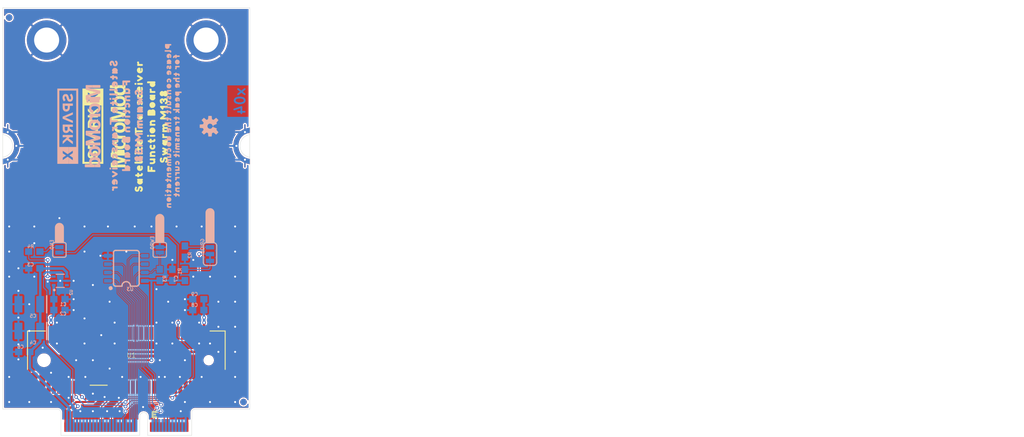
<source format=kicad_pcb>
(kicad_pcb (version 20211014) (generator pcbnew)
  (layers (0 "F.Cu" signal) (31 "B.Cu" signal) (34 "B.Paste" user) (35 "F.Paste" user) (36 "B.SilkS" user "B.Silkscreen") (37 "F.SilkS" user "F.Silkscreen") (38 "B.Mask" user) (39 "F.Mask" user) (44 "Edge.Cuts" user))
  (net 0 "")
  (net 1 "GND")
  (net 2 "VCC")
  (net 3 "RXI")
  (net 4 "TXO")
  (net 5 "TX/~{RX}")
  (net 6 "GPIO1")
  (net 7 "VIN")
  (net 8 "3.3V")
  (net 9 "N$14")
  (net 10 "N$16")
  (net 11 "PWR_EN")
  (net 12 "A0")
  (net 13 "A2")
  (net 14 "A1")
  (net 15 "EWP")
  (net 16 "SDA")
  (net 17 "SCL")
  (net 18 "N$1")
  (footprint "eagleBoard:STAND-OFF-REFLOW-M2.5" (layer "F.Cu") (at 160.601159 77.424419)
    (fp_text reference "H6" hide)
    (fp_text value "STAND-OFF-REFLOW-M2.5_1.5MM_TALL" hide)
  )
  (footprint "eagleBoard:FIDUCIAL-1X2" (layer "F.Cu") (at 166.2806 132.4236)
    (fp_text reference "FD1" hide)
    (fp_text value "FIDUCIAL1X2" hide)
  )
  (footprint "eagleBoard:M.2-CARD-E-22_FUNCTION_STANDARD" (layer "F.Cu") (at 148.5006 137.5036)
    (fp_text reference "J3" hide)
    (fp_text value "MICROMOD_FUNCTION_STANDARD" hide)
    (fp_arc (start 18.747999 -42.269999) (mid 17.247963 -43.998769) (end 18.744 -45.731) (layer "Edge.Cuts") (width 0.05))
    (fp_arc (start -18.747 -45.733) (mid -17.251744 -44.002864) (end -18.744998 -42.270999) (layer "Edge.Cuts") (width 0.05))
  )
  (footprint "eagleBoard:ORDERING_INSTRUCTIONS" (layer "F.Cu") (at 173.9006 75.2736)
    (fp_text reference "LOGO1" hide)
    (fp_text value "SPECIAL_INSTRUCTIONS-ORDERING" hide)
  )
  (footprint "eagleBoard:SWARM_M1381" (layer "F.Cu") (at 154.2156 90.5136 90)
    (fp_text reference "U$40" hide)
    (fp_text value "" hide)
  )
  (footprint "eagleBoard:MICROMOD_LOGO_.5" (layer "F.Cu") (at 147.2306 90.5136 90)
    (fp_text reference "U$9" hide)
    (fp_text value "" hide)
  )
  (footprint "eagleBoard:CREATIVE_COMMONS" (layer "F.Cu") (at 201.8406 136.2336)
    (fp_text reference "FRAME1" hide)
    (fp_text value "FRAME-LETTER" hide)
  )
  (footprint "eagleBoard:SPARKX-LARGE" (layer "F.Cu") (at 143.4206 90.5136 90)
    (fp_text reference "U$2" hide)
    (fp_text value "SPARKX-LOGO5" hide)
  )
  (footprint "eagleBoard:STAND-OFF-REFLOW-M2.5" (layer "F.Cu") (at 136.400041 77.424419)
    (fp_text reference "H5" hide)
    (fp_text value "STAND-OFF-REFLOW-M2.5_1.5MM_TALL" hide)
  )
  (footprint "eagleBoard:M.2-SWARM-M138-A" (layer "F.Cu") (at 148.5006 126.0736)
    (fp_text reference "U1")
    (fp_text value "SWARM_M138_TRANSCEIVER_MAIN")
  )
  (footprint "eagleBoard:FIDUCIAL-1X2" (layer "F.Cu") (at 130.7206 74.0036)
    (fp_text reference "FD3" hide)
    (fp_text value "FIDUCIAL1X2" hide)
  )
  (footprint "eagleBoard:SATELLITE_TRANSCEIVER0" (layer "F.Cu") (at 150.4056 90.5136 90)
    (fp_text reference "U$4" hide)
    (fp_text value "" hide)
  )
  (footprint "eagleBoard:FUNCTION_BOARD0" (layer "F.Cu") (at 152.3106 90.5136 90)
    (fp_text reference "U$3" hide)
    (fp_text value "" hide)
  )
  (footprint "eagleBoard:OSHW-LOGO-S" (layer "B.Cu") (at 161.2006 90.5136 -90)
    (fp_text reference "LOGO2" hide)
    (fp_text value "OSHW-LOGOS" hide)
  )
  (footprint "eagleBoard:SATELLITE_TRANSCEIVER0" (layer "B.Cu") (at 146.5956 90.5136 -90)
    (fp_text reference "U$5" hide)
    (fp_text value "" hide)
  )
  (footprint "eagleBoard:SMT-JUMPER_3_1-NC_TRACE_SILK" (layer "B.Cu") (at 161.2006 109.9446 -90)
    (fp_text reference "GPIO1")
    (fp_text value "JUMPER-SMT_3_1-NC_TRACE_SILK" hide)
  )
  (footprint "eagleBoard:0603" (layer "B.Cu") (at 153.5806 113.1196 90)
    (fp_text reference "R3")
    (fp_text value "100k")
  )
  (footprint "eagleBoard:0603" (layer "B.Cu") (at 134.5306 112.1036 180)
    (fp_text reference "C3")
    (fp_text value "0.1uF")
  )
  (footprint "eagleBoard:SC-70-6" (layer "B.Cu") (at 138.4676 114.0086 90)
    (fp_text reference "U2")
    (fp_text value "MIC94064YC6" hide)
  )
  (footprint "eagleBoard:0603" (layer "B.Cu") (at 157.3906 109.5636 90)
    (fp_text reference "R2")
    (fp_text value "100k")
  )
  (footprint "eagleBoard:#GPIO1#0" (layer "B.Cu") (at 161.2006 108.5476 -90)
    (fp_text reference "U$19" hide)
    (fp_text value "" hide)
  )
  (footprint "eagleBoard:PLEASE_CONSULT_THE_DOCUMENTATION0" (layer "B.Cu") (at 154.8506 90.5136 -90)
    (fp_text reference "U$6" hide)
    (fp_text value "" hide)
  )
  (footprint "eagleBoard:EIA3528" (layer "B.Cu") (at 133.7686 121.6286)
    (fp_text reference "C4")
    (fp_text value "100uF")
  )
  (footprint "eagleBoard:SMT-JUMPER_2_NO_SILK" (layer "B.Cu") (at 138.3406 109.3096 -90)
    (fp_text reference "EN0")
    (fp_text value "JUMPER-SMT_2_NO_SILK" hide)
  )
  (footprint "eagleBoard:#EWP#0" (layer "B.Cu") (at 153.5806 108.5476 -90)
    (fp_text reference "U$8" hide)
    (fp_text value "" hide)
  )
  (footprint "eagleBoard:FUNCTION_BOARD0" (layer "B.Cu") (at 148.5006 90.5136 -90)
    (fp_text reference "U$7" hide)
    (fp_text value "" hide)
  )
  (footprint "eagleBoard:FOR_THE_PEAK_TRANSMIT_CURRENT1" (layer "B.Cu") (at 156.1206 90.5136 -90)
    (fp_text reference "U$31" hide)
    (fp_text value "" hide)
  )
  (footprint "eagleBoard:0603" (layer "B.Cu") (at 155.4856 113.1196 90)
    (fp_text reference "C7")
    (fp_text value "0.1uF")
  )
  (footprint "eagleBoard:0603" (layer "B.Cu") (at 133.0066 124.8036 180)
    (fp_text reference "C6")
    (fp_text value "0.1uF")
  )
  (footprint "eagleBoard:SPARKX-LARGE" (layer "B.Cu") (at 139.6106 90.5136 -90)
    (fp_text reference "U$1" hide)
    (fp_text value "SPARKX-LOGO5" hide)
  )
  (footprint "eagleBoard:FIDUCIAL-1X2" (layer "B.Cu") (at 130.7206 74.0036 180)
    (fp_text reference "FD4" hide)
    (fp_text value "FIDUCIAL1X2" hide)
  )
  (footprint "eagleBoard:FIDUCIAL-1X2" (layer "B.Cu") (at 166.2806 132.4236 180)
    (fp_text reference "FD2" hide)
    (fp_text value "FIDUCIAL1X2" hide)
  )
  (footprint "eagleBoard:MICROMOD_LOGO_.5" (layer "B.Cu") (at 143.4206 90.5136 -90)
    (fp_text reference "U$10" hide)
    (fp_text value "" hide)
  )
  (footprint "eagleBoard:0603" (layer "B.Cu") (at 157.3906 113.1196 -90)
    (fp_text reference "R1")
    (fp_text value "100k")
  )
  (footprint "eagleBoard:0603" (layer "B.Cu") (at 159.4226 116.8026 180)
    (fp_text reference "C9")
    (fp_text value "10uF")
  )
  (footprint "eagleBoard:EIA3528" (layer "B.Cu") (at 133.7686 117.5646)
    (fp_text reference "C5")
    (fp_text value "100uF")
  )
  (footprint "eagleBoard:0603" (layer "B.Cu") (at 134.5306 109.5636 180)
    (fp_text reference "R4")
    (fp_text value "100k")
  )
  (footprint "eagleBoard:SO08" (layer "B.Cu") (at 148.5006 112.1036 90)
    (fp_text reference "U3")
    (fp_text value "EEPROM")
  )
  (footprint "eagleBoard:#EN#0" (layer "B.Cu") (at 138.3406 108.5476 -90)
    (fp_text reference "U$11" hide)
    (fp_text value "" hide)
  )
  (footprint "eagleBoard:0603" (layer "B.Cu") (at 159.4226 118.4536 180)
    (fp_text reference "C8")
    (fp_text value "0.1uF")
  )
  (footprint "eagleBoard:SMT-JUMPER_2_NO_SILK" (layer "B.Cu") (at 153.5806 109.3096 -90)
    (fp_text reference "EWP0")
    (fp_text value "JUMPER-SMT_2_NO_SILK" hide)
  )
  (footprint "eagleBoard:SWARM_M1381" (layer "B.Cu") (at 150.4056 90.5136 -90)
    (fp_text reference "U$41" hide)
    (fp_text value "" hide)
  )
  (footprint "eagleBoard:0603" (layer "B.Cu") (at 138.3406 116.8026)
    (fp_text reference "C1")
    (fp_text value "10uF")
  )
  (footprint "eagleBoard:0603" (layer "B.Cu") (at 138.3406 118.4536)
    (fp_text reference "C2")
    (fp_text value "0.1uF")
  )
  (gr_line (start 158.4256 134.0036) (end 158.4256 137.5036) (layer "Edge.Cuts") (width 0.0508))
  (gr_line (start 158.4256 137.5036) (end 151.7256 137.5036) (layer "Edge.Cuts") (width 0.0508))
  (gr_line (start 138.1006 133.5036) (end 129.7546 133.5036) (layer "Edge.Cuts") (width 0.0508))
  (gr_line (start 150.5256 137.5036) (end 138.5756 137.5036) (layer "Edge.Cuts") (width 0.0508))
  (gr_line (start 129.7546 133.5036) (end 129.7546 72.5036) (layer "Edge.Cuts") (width 0.0508))
  (gr_arc (start 138.1006 133.5036) (mid 138.433841 133.662646) (end 138.5756 134.0036) (layer "Edge.Cuts") (width 0.0508))
  (gr_line (start 167.2466 133.5036) (end 167.2466 72.5036) (layer "Edge.Cuts") (width 0.0508))
  (gr_arc (start 158.4256 134.0036) (mid 158.565944 133.661302) (end 158.9006 133.5036) (layer "Edge.Cuts") (width 0.0508))
  (gr_line (start 129.7546 72.5036) (end 167.2466 72.5036) (layer "Edge.Cuts") (width 0.0508))
  (gr_line (start 150.5256 134.6036) (end 150.5256 137.5036) (layer "Edge.Cuts") (width 0.0508))
  (gr_line (start 158.9006 133.5036) (end 167.2466 133.5036) (layer "Edge.Cuts") (width 0.0508))
  (gr_line (start 151.7256 134.6036) (end 151.7256 137.5036) (layer "Edge.Cuts") (width 0.0508))
  (gr_arc (start 150.5256 134.6036) (mid 151.1256 134.0036) (end 151.7256 134.6036) (layer "Edge.Cuts") (width 0.0508))
  (gr_line (start 138.5756 137.5036) (end 138.5756 134.0036) (layer "Edge.Cuts") (width 0.0508))
  (gr_text "x04" (at 166.6616 86.7036 -270) (layer "B.Cu") (effects (font (size 1.5113 1.5113) (thickness 0.2667)) (justify bottom mirror)))
  (segment (start 146.7506 136.2286) (end 146.7506 134.5546) (width 0.3048) (layer "F.Cu") (net 1))
  (segment (start 139.9006 130.1736) (end 139.9006 132.1336) (width 0.3048) (layer "F.Cu") (net 1))
  (segment (start 157.7506 134.0536) (end 156.7006 133.0036) (width 0.3048) (layer "F.Cu") (net 1))
  (segment (start 147.9006 128.6486) (end 147.8656 128.6136) (width 0.3048) (layer "F.Cu") (net 1))
  (segment (start 154.3006 128.6556) (end 154.3426 128.6136) (width 0.3048) (layer "F.Cu") (net 1))
  (segment (start 156.7006 130.1736) (end 156.7006 128.6856) (width 0.3048) (layer "F.Cu") (net 1))
  (segment (start 148.2506 136.2286) (end 148.2506 134.5866) (width 0.3048) (layer "F.Cu") (net 1))
  (segment (start 139.2506 132.7836) (end 139.2506 136.2286) (width 0.3048) (layer "F.Cu") (net 1))
  (segment (start 149.7506 136.2286) (end 149.7506 134.4756) (width 0.3048) (layer "F.Cu") (net 1))
  (segment (start 147.9006 130.1736) (end 147.9006 128.6486) (width 0.3048) (layer "F.Cu") (net 1))
  (segment (start 153.5006 130.1736) (end 153.5006 128.6606) (width 0.3048) (layer "F.Cu") (net 1))
  (segment (start 153.5006 128.6606) (end 153.4536 128.6136) (width 0.3048) (layer "F.Cu") (net 1))
  (segment (start 149.7506 134.4756) (end 151.0406 133.1856) (width 0.3048) (layer "F.Cu") (net 1))
  (segment (start 157.7506 136.2286) (end 157.7506 134.0536) (width 0.3048) (layer "F.Cu") (net 1))
  (segment (start 156.7006 133.0036) (end 156.7006 130.1736) (width 0.3048) (layer "F.Cu") (net 1))
  (segment (start 150.3006 130.1736) (end 150.3006 128.9726) (width 0.3048) (layer "F.Cu") (net 1))
  (segment (start 154.3006 130.1736) (end 154.3006 128.6556) (width 0.3048) (layer "F.Cu") (net 1))
  (segment (start 151.1006 129.0546) (end 150.6596 128.6136) (width 0.3048) (layer "F.Cu") (net 1))
  (segment (start 146.7506 134.5546) (end 147.4846 133.8206) (width 0.3048) (layer "F.Cu") (net 1))
  (segment (start 147.9006 130.1736) (end 147.9006 131.2456) (width 0.3048) (layer "F.Cu") (net 1))
  (segment (start 150.3006 128.9726) (end 150.6596 128.6136) (width 0.3048) (layer "F.Cu") (net 1))
  (segment (start 151.1006 130.1736) (end 151.1006 129.0546) (width 0.3048) (layer "F.Cu") (net 1))
  (segment (start 148.2506 134.5866) (end 147.4846 133.8206) (width 0.3048) (layer "F.Cu") (net 1))
  (segment (start 147.9006 131.2456) (end 147.3576 131.7886) (width 0.3048) (layer "F.Cu") (net 1))
  (segment (start 139.9006 132.1336) (end 139.2506 132.7836) (width 0.3048) (layer "F.Cu") (net 1))
  (segment (start 156.7006 128.6856) (end 156.6286 128.6136) (width 0.3048) (layer "F.Cu") (net 1))
  (via (at 136.5626 114.1356) (size 0.554) (drill 0.3) (layers "F.Cu" "B.Cu") (net 1))
  (via (at 153.4536 128.6136) (size 0.554) (drill 0.3) (layers "F.Cu" "B.Cu") (net 1))
  (via (at 130.7206 113.3736) (size 0.554) (drill 0.3) (layers "F.Cu" "B.Cu") (net 1))
  (via (at 165.0106 132.4236) (size 0.554) (drill 0.3) (layers "F.Cu" "B.Cu") (net 1))
  (via (at 135.8006 124.1686) (size 0.554) (drill 0.3) (layers "F.Cu" "B.Cu") (net 1))
  (via (at 158.6606 113.3736) (size 0.554) (drill 0.3) (layers "F.Cu" "B.Cu") (net 1))
  (via (at 144.6906 122.2636) (size 0.554) (drill 0.3) (layers "F.Cu" "B.Cu") (net 1))
  (via (at 130.7206 132.4236) (size 0.554) (drill 0.3) (layers "F.Cu" "B.Cu") (net 1))
  (via (at 145.9606 117.1836) (size 0.554) (drill 0.3) (layers "F.Cu" "B.Cu") (net 1))
  (via (at 137.0706 127.9786) (size 0.554) (drill 0.3) (layers "F.Cu" "B.Cu") (net 1))
  (via (at 143.4206 114.6436) (size 0.554) (drill 0.3) (layers "F.Cu" "B.Cu") (net 1))
  (via (at 134.5306 108.2936) (size 0.554) (drill 0.3) (layers "F.Cu" "B.Cu") (net 1))
  (via (at 153.0726 115.2786) (size 0.554) (drill 0.3) (layers "F.Cu" "B.Cu") (net 1))
  (via (at 142.1506 119.7236) (size 0.554) (drill 0.3) (layers "F.Cu" "B.Cu") (net 1))
  (via (at 156.7556 133.8206) (size 0.554) (drill 0.3) (layers "F.Cu" "B.Cu") (net 1))
  (via (at 142.1506 105.7536) (size 0.554) (drill 0.3) (layers "F.Cu" "B.Cu") (net 1))
  (via (at 142.2776 128.6136) (size 0.554) (drill 0.3) (layers "F.Cu" "B.Cu") (net 1))
  (via (at 134.5306 105.7536) (size 0.554) (drill 0.3) (layers "F.Cu" "B.Cu") (net 1))
  (via (at 133.7686 132.4236) (size 0.554) (drill 0.3) (layers "F.Cu" "B.Cu") (net 1))
  (via (at 137.0706 132.4236) (size 0.554) (drill 0.3) (layers "F.Cu" "B.Cu") (net 1))
  (via (at 158.6606 110.8336) (size 0.554) (drill 0.3) (layers "F.Cu" "B.Cu") (net 1))
  (via (at 143.4206 126.0736) (size 0.554) (drill 0.3) (layers "F.Cu" "B.Cu") (net 1))
  (via (at 151.0406 133.1856) (size 0.554) (drill 0.3) (layers "F.Cu" "B.Cu") (net 1))
  (via (at 132.1176 125.9466) (size 0.554) (drill 0.3) (layers "F.Cu" "B.Cu") (net 1))
  (via (at 146.7226 120.3586) (size 0.554) (drill 0.3) (layers "F.Cu" "B.Cu") (net 1))
  (via (at 133.7686 117.5646) (size 0.554) (drill 0.3) (layers "F.Cu" "B.Cu") (net 1))
  (via (at 149.7706 105.7536) (size 0.554) (drill 0.3) (layers "F.Cu" "B.Cu") (net 1))
  (via (at 155.4856 120.3586) (size 0.554) (drill 0.3) (layers "F.Cu" "B.Cu") (net 1))
  (via (at 153.0726 120.3586) (size 0.554) (drill 0.3) (layers "F.Cu" "B.Cu") (net 1))
  (via (at 130.7206 109.5636) (size 0.554) (drill 0.3) (layers "F.Cu" "B.Cu") (net 1))
  (via (at 165.0106 124.8036) (size 0.554) (drill 0.3) (layers "F.Cu" "B.Cu") (net 1))
  (via (at 138.4676 114.0086) (size 0.554) (drill 0.3) (layers "F.Cu" "B.Cu") (net 1))
  (via (at 140.4996 118.4536) (size 0.554) (drill 0.3) (layers "F.Cu" "B.Cu") (net 1))
  (via (at 147.4846 133.8206) (size 0.554) (drill 0.3) (layers "F.Cu" "B.Cu") (net 1))
  (via (at 159.5496 123.5336) (size 0.554) (drill 0.3) (layers "F.Cu" "B.Cu") (net 1))
  (via (at 137.9596 123.5336) (size 0.554) (drill 0.3) (layers "F.Cu" "B.Cu") (net 1))
  (via (at 141.5156 133.8206) (size 0.554) (drill 0.3) (layers "F.Cu" "B.Cu") (net 1))
  (via (at 140.4996 116.8026) (size 0.554) (drill 0.3) (layers "F.Cu" "B.Cu") (net 1))
  (via (at 153.0726 123.5336) (size 0.554) (drill 0.3) (layers "F.Cu" "B.Cu") (net 1))
  (via (at 162.4706 117.1836) (size 0.554) (drill 0.3) (layers "F.Cu" "B.Cu") (net 1))
  (via (at 134.5306 113.3736) (size 0.554) (drill 0.3) (layers "F.Cu" "B.Cu") (net 1))
  (via (at 154.3426 128.6136) (size 0.554) (drill 0.3) (layers "F.Cu" "B.Cu") (net 1))
  (via (at 139.7376 131.7886) (size 0.554) (drill 0.3) (layers "F.Cu" "B.Cu") (net 1))
  (via (at 146.7226 123.5336) (size 0.554) (drill 0.3) (layers "F.Cu" "B.Cu") (net 1))
  (via (at 132.1176 123.6606) (size 0.554) (drill 0.3) (layers "F.Cu" "B.Cu") (net 1))
  (via (at 132.1176 119.5966) (size 0.554) (drill 0.3) (layers "F.Cu" "B.Cu") (net 1))
  (via (at 130.7206 105.7536) (size 0.554) (drill 0.3) (layers "F.Cu" "B.Cu") (net 1))
  (via (at 142.1506 123.5336) (size 0.554) (drill 0.3) (layers "F.Cu" "B.Cu") (net 1))
  (via (at 159.5496 120.3586) (size 0.554) (drill 0.3) (layers "F.Cu" "B.Cu") (net 1))
  (via (at 159.9306 105.7536) (size 0.554) (drill 0.3) (layers "F.Cu" "B.Cu") (net 1))
  (via (at 161.2006 123.5336) (size 0.554) (drill 0.3) (layers "F.Cu" "B.Cu") (net 1))
  (via (at 152.3106 105.7536) (size 0.554) (drill 0.3) (layers "F.Cu" "B.Cu") (net 1))
  (via (at 147.8656 128.6136) (size 0.554) (drill 0.3) (layers "F.Cu" "B.Cu") (net 1))
  (via (at 165.0106 109.5636) (size 0.554) (drill 0.3) (layers "F.Cu" "B.Cu") (net 1))
  (via (at 157.3906 126.0736) (size 0.554) (drill 0.3) (layers "F.Cu" "B.Cu") (net 1))
  (via (at 157.3906 132.4236) (size 0.554) (drill 0.3) (layers "F.Cu" "B.Cu") (net 1))
  (via (at 153.5806 126.0736) (size 0.554) (drill 0.3) (layers "F.Cu" "B.Cu") (net 1))
  (via (at 143.4206 133.8206) (size 0.554) (drill 0.3) (layers "F.Cu" "B.Cu") (net 1))
  (via (at 162.4706 120.9936) (size 0.554) (drill 0.3) (layers "F.Cu" "B.Cu") (net 1))
  (via (at 143.4206 131.1536) (size 0.554) (drill 0.3) (layers "F.Cu" "B.Cu") (net 1))
  (via (at 144.5636 110.1986) (size 0.554) (drill 0.3) (layers "F.Cu" "B.Cu") (net 1))
  (via (at 157.3906 118.4536) (size 0.554) (drill 0.3) (layers "F.Cu" "B.Cu") (net 1))
  (via (at 155.4856 110.8336) (size 0.554) (drill 0.3) (layers "F.Cu" "B.Cu") (net 1))
  (via (at 133.7686 121.6286) (size 0.554) (drill 0.3) (layers "F.Cu" "B.Cu") (net 1))
  (via (at 140.8806 126.0736) (size 0.554) (drill 0.3) (layers "F.Cu" "B.Cu") (net 1))
  (via (at 145.9606 127.3436) (size 0.554) (drill 0.3) (layers "F.Cu" "B.Cu") (net 1))
  (via (at 138.3406 104.4836) (size 0.554) (drill 0.3) (layers "F.Cu" "B.Cu") (net 1))
  (via (at 165.0106 120.9936) (size 0.554) (drill 0.3) (layers "F.Cu" "B.Cu") (net 1))
  (via (at 145.1986 131.6616) (size 0.554) (drill 0.3) (layers "F.Cu" "B.Cu") (net 1))
  (via (at 148.5006 109.5636) (size 0.554) (drill 0.3) (layers "F.Cu" "B.Cu") (net 1))
  (via (at 165.0106 113.3736) (size 0.554) (drill 0.3) (layers "F.Cu" "B.Cu") (net 1))
  (via (at 161.2006 132.4236) (size 0.554) (drill 0.3) (layers "F.Cu" "B.Cu") (net 1))
  (via (at 156.6286 128.6136) (size 0.554) (drill 0.3) (layers "F.Cu" "B.Cu") (net 1))
  (via (at 155.4856 123.5336) (size 0.554) (drill 0.3) (layers "F.Cu" "B.Cu") (net 1))
  (via (at 137.9596 120.3586) (size 0.554) (drill 0.3) (layers "F.Cu" "B.Cu") (net 1))
  (via (at 157.3906 116.8026) (size 0.554) (drill 0.3) (layers "F.Cu" "B.Cu") (net 1))
  (via (at 140.4996 114.0086) (size 0.554) (drill 0.3) (layers "F.Cu" "B.Cu") (net 1))
  (via (at 147.3576 131.7886) (size 0.554) (drill 0.3) (layers "F.Cu" "B.Cu") (net 1))
  (via (at 142.1506 109.5636) (size 0.554) (drill 0.3) (layers "F.Cu" "B.Cu") (net 1))
  (via (at 132.1176 112.1036) (size 0.554) (drill 0.3) (layers "F.Cu" "B.Cu") (net 1))
  (via (at 156.1206 105.7536) (size 0.554) (drill 0.3) (layers "F.Cu" "B.Cu") (net 1))
  (via (at 159.9306 128.6136) (size 0.554) (drill 0.3) (layers "F.Cu" "B.Cu") (net 1))
  (via (at 150.6596 128.6136) (size 0.554) (drill 0.3) (layers "F.Cu" "B.Cu") (net 1))
  (via (at 145.5796 133.8206) (size 0.554) (drill 0.3) (layers "F.Cu" "B.Cu") (net 1))
  (via (at 154.8506 117.1836) (size 0.554) (drill 0.3) (layers "F.Cu" "B.Cu") (net 1))
  (via (at 132.1176 115.5326) (size 0.554) (drill 0.3) (layers "F.Cu" "B.Cu") (net 1))
  (via (at 162.4706 124.8036) (size 0.554) (drill 0.3) (layers "F.Cu" "B.Cu") (net 1))
  (via (at 165.0106 105.7536) (size 0.554) (drill 0.3) (layers "F.Cu" "B.Cu") (net 1))
  (via (at 165.0106 128.6136) (size 0.554) (drill 0.3) (layers "F.Cu" "B.Cu") (net 1))
  (via (at 161.2006 113.3736) (size 0.554) (drill 0.3) (layers "F.Cu" "B.Cu") (net 1))
  (via (at 165.0106 117.1836) (size 0.554) (drill 0.3) (layers "F.Cu" "B.Cu") (net 1))
  (via (at 139.7376 128.6136) (size 0.554) (drill 0.3) (layers "F.Cu" "B.Cu") (net 1))
  (via (at 145.7066 105.7536) (size 0.554) (drill 0.3) (layers "F.Cu" "B.Cu") (net 1))
  (via (at 130.7206 128.6136) (size 0.554) (drill 0.3) (layers "F.Cu" "B.Cu") (net 1))
  (segment (start 133.2606 91.4036) (end 130.5006 91.4036) (width 0.3048) (layer "B.Cu") (net 1))
  (segment (start 163.7406 91.4036) (end 166.5006 91.4036) (width 0.3048) (layer "B.Cu") (net 1))
  (segment (start 157.5006 134.5656) (end 156.7556 133.8206) (width 0.3048) (layer "B.Cu") (net 1))
  (segment (start 163.7406 93.5036) (end 163.7406 91.4036) (width 0.3048) (layer "B.Cu") (net 1))
  (segment (start 156.0006 135.9786) (end 156.0006 134.5756) (width 0.3048) (layer "B.Cu") (net 1))
  (segment (start 130.5106 95.5936) (end 133.2606 95.5936) (width 0.3048) (layer "B.Cu") (net 1))
  (segment (start 133.2606 93.5036) (end 133.2606 91.4036) (width 0.3048) (layer "B.Cu") (net 1))
  (segment (start 165.2006 93.5036) (end 163.7406 93.5036) (width 0.3048) (layer "B.Cu") (net 1))
  (segment (start 156.0006 134.5756) (end 156.7556 133.8206) (width 0.3048) (layer "B.Cu") (net 1))
  (segment (start 157.5006 135.9786) (end 157.5006 134.5656) (width 0.3048) (layer "B.Cu") (net 1))
  (segment (start 166.5006 95.6036) (end 163.7406 95.6036) (width 0.3048) (layer "B.Cu") (net 1))
  (segment (start 163.7406 95.6036) (end 163.7406 93.5036) (width 0.3048) (layer "B.Cu") (net 1))
  (segment (start 133.2606 95.5936) (end 133.2606 93.5036) (width 0.3048) (layer "B.Cu") (net 1))
  (segment (start 130.5006 95.6036) (end 130.5106 95.5936) (width 0.3048) (layer "B.Cu") (net 1))
  (segment (start 131.8006 93.5036) (end 133.2606 93.5036) (width 0.3048) (layer "B.Cu") (net 1))
  (segment (start 135.4186 123.2416) (end 135.4186 121.6286) (width 0.4064) (layer "B.Cu") (net 2))
  (segment (start 135.4186 112.1416) (end 135.3806 112.1036) (width 0.4064) (layer "B.Cu") (net 2))
  (segment (start 133.8566 127.3046) (end 133.8566 124.8036) (width 0.4064) (layer "B.Cu") (net 2))
  (segment (start 140.0006 133.8296) (end 140.0006 135.9786) (width 0.3048) (layer "B.Cu") (net 2))
  (segment (start 139.4676 112.7226) (end 138.8866 112.1416) (width 0.4064) (layer "B.Cu") (net 2))
  (segment (start 133.8566 124.8036) (end 135.4186 123.2416) (width 0.4064) (layer "B.Cu") (net 2))
  (segment (start 139.7376 133.5666) (end 140.0006 133.8296) (width 0.3048) (layer "B.Cu") (net 2))
  (segment (start 139.5006 133.8036) (end 139.7376 133.5666) (width 0.3048) (layer "B.Cu") (net 2))
  (segment (start 135.4186 117.5646) (end 135.4186 121.6286) (width 0.4064) (layer "B.Cu") (net 2))
  (segment (start 139.4676 112.7226) (end 139.4676 113.2626) (width 0.4064) (layer "B.Cu") (net 2))
  (segment (start 139.5006 135.9786) (end 139.5006 133.8036) (width 0.3048) (layer "B.Cu") (net 2))
  (segment (start 139.4676 113.2626) (end 139.4676 113.3586) (width 0.3048) (layer "B.Cu") (net 2))
  (segment (start 139.7376 133.1856) (end 133.8566 127.3046) (width 0.4064) (layer "B.Cu") (net 2))
  (segment (start 135.4186 117.5646) (end 135.4186 112.1416) (width 0.4064) (layer "B.Cu") (net 2))
  (segment (start 139.7376 133.5666) (end 139.7376 133.1856) (width 0.4064) (layer "B.Cu") (net 2))
  (segment (start 138.8866 112.1416) (end 135.4186 112.1416) (width 0.4064) (layer "B.Cu") (net 2))
  (segment (start 140.8806 131.5346) (end 140.7006 131.3546) (width 0.1524) (layer "F.Cu") (net 3))
  (segment (start 140.7006 130.1736) (end 140.7006 131.3546) (width 0.1524) (layer "F.Cu") (net 3))
  (segment (start 140.8806 131.5346) (end 140.8806 131.6616) (width 0.1524) (layer "F.Cu") (net 3))
  (segment (start 154.0076 132.2156) (end 154.2506 132.4586) (width 0.1524) (layer "F.Cu") (net 3))
  (segment (start 154.2506 132.4586) (end 154.2506 136.2286) (width 0.1524) (layer "F.Cu") (net 3))
  (segment (start 148.3736 133.1046) (end 149.2626 132.2156) (width 0.1524) (layer "F.Cu") (net 3))
  (segment (start 154.0076 132.2156) (end 149.2626 132.2156) (width 0.1524) (layer "F.Cu") (net 3))
  (via (at 148.3736 133.1046) (size 0.554) (drill 0.3) (layers "F.Cu" "B.Cu") (net 3))
  (via (at 140.8806 131.6616) (size 0.554) (drill 0.3) (layers "F.Cu" "B.Cu") (net 3))
  (segment (start 148.3736 133.1046) (end 148.2006 132.9316) (width 0.1524) (layer "B.Cu") (net 3))
  (segment (start 140.8806 131.6616) (end 142.1506 132.9316) (width 0.1524) (layer "B.Cu") (net 3))
  (segment (start 148.2006 132.9316) (end 142.1506 132.9316) (width 0.1524) (layer "B.Cu") (net 3))
  (segment (start 148.8816 131.9156) (end 148.3736 132.4236) (width 0.1524) (layer "F.Cu") (net 4))
  (segment (start 154.2156 131.9156) (end 154.7506 132.4506) (width 0.1524) (layer "F.Cu") (net 4))
  (segment (start 141.5006 131.3926) (end 141.7696 131.6616) (width 0.1524) (layer "F.Cu") (net 4))
  (segment (start 154.2156 131.9156) (end 148.8816 131.9156) (width 0.1524) (layer "F.Cu") (net 4))
  (segment (start 141.5006 130.1736) (end 141.5006 131.3926) (width 0.1524) (layer "F.Cu") (net 4))
  (segment (start 154.7506 132.4506) (end 154.7506 136.2286) (width 0.1524) (layer "F.Cu") (net 4))
  (via (at 148.3736 132.4236) (size 0.554) (drill 0.3) (layers "F.Cu" "B.Cu") (net 4))
  (via (at 141.7696 131.6616) (size 0.554) (drill 0.3) (layers "F.Cu" "B.Cu") (net 4))
  (segment (start 148.3736 132.4236) (end 148.2466 132.5506) (width 0.1524) (layer "B.Cu") (net 4))
  (segment (start 141.7696 131.6616) (end 142.6586 132.5506) (width 0.1524) (layer "B.Cu") (net 4))
  (segment (start 148.2466 132.5506) (end 142.6586 132.5506) (width 0.1524) (layer "B.Cu") (net 4))
  (segment (start 144.7506 136.2286) (end 144.7506 133.1256) (width 0.1524) (layer "F.Cu") (net 5))
  (segment (start 146.3006 131.5756) (end 146.3006 130.1736) (width 0.1524) (layer "F.Cu") (net 5))
  (segment (start 144.7506 133.1256) (end 146.3006 131.5756) (width 0.1524) (layer "F.Cu") (net 5))
  (segment (start 159.5496 113.7546) (end 159.5496 109.9446) (width 0.1524) (layer "F.Cu") (net 6))
  (segment (start 155.3332 131.6362) (end 155.4856 131.7886) (width 0.1524) (layer "F.Cu") (net 6))
  (segment (start 156.3006 120.4326) (end 156.3006 121.9736) (width 0.1524) (layer "F.Cu") (net 6))
  (segment (start 146.2506 136.2286) (end 146.2506 133.7846) (width 0.1524) (layer "F.Cu") (net 6))
  (segment (start 156.3746 120.3586) (end 156.3746 116.9296) (width 0.1524) (layer "F.Cu") (net 6))
  (segment (start 156.3746 120.3586) (end 156.3006 120.4326) (width 0.1524) (layer "F.Cu") (net 6))
  (segment (start 148.399 131.6362) (end 155.3332 131.6362) (width 0.1524) (layer "F.Cu") (net 6))
  (segment (start 146.2506 133.7846) (end 148.399 131.6362) (width 0.1524) (layer "F.Cu") (net 6))
  (segment (start 159.5496 113.7546) (end 156.3746 116.9296) (width 0.1524) (layer "F.Cu") (net 6))
  (via (at 156.3746 120.3586) (size 0.554) (drill 0.3) (layers "F.Cu" "B.Cu") (net 6))
  (via (at 159.5496 109.9446) (size 0.554) (drill 0.3) (layers "F.Cu" "B.Cu") (net 6))
  (via (at 155.4856 131.7886) (size 0.554) (drill 0.3) (layers "F.Cu" "B.Cu") (net 6))
  (segment (start 158.6606 124.8036) (end 156.3746 122.5176) (width 0.1524) (layer "B.Cu") (net 6))
  (segment (start 155.4856 131.7886) (end 158.6606 128.6136) (width 0.1524) (layer "B.Cu") (net 6))
  (segment (start 159.5496 109.9446) (end 161.2006 109.9446) (width 0.1524) (layer "B.Cu") (net 6))
  (segment (start 156.3746 122.5176) (end 156.3746 120.3586) (width 0.1524) (layer "B.Cu") (net 6))
  (segment (start 158.6606 128.6136) (end 158.6606 124.8036) (width 0.1524) (layer "B.Cu") (net 6))
  (segment (start 159.2956 124.8036) (end 160.3006 123.7986) (width 0.4064) (layer "F.Cu") (net 7))
  (segment (start 137.0706 119.5966) (end 137.0706 120.3586) (width 0.4064) (layer "F.Cu") (net 7))
  (segment (start 138.3406 124.8036) (end 155.1046 124.8036) (width 0.4064) (layer "F.Cu") (net 7))
  (segment (start 155.9006 124.8376) (end 155.8666 124.8036) (width 0.4064) (layer "F.Cu") (net 7))
  (segment (start 160.3116 120.3586) (end 160.3006 120.3696) (width 0.4064) (layer "F.Cu") (net 7))
  (segment (start 155.1006 130.1736) (end 155.1006 124.8076) (width 0.4064) (layer "F.Cu") (net 7))
  (segment (start 137.1006 120.3886) (end 137.0706 120.3586) (width 0.4064) (layer "F.Cu") (net 7))
  (segment (start 155.1006 124.8076) (end 155.1046 124.8036) (width 0.4064) (layer "F.Cu") (net 7))
  (segment (start 137.1006 123.5636) (end 138.3406 124.8036) (width 0.4064) (layer "F.Cu") (net 7))
  (segment (start 155.9006 130.1736) (end 155.9006 124.8376) (width 0.4064) (layer "F.Cu") (net 7))
  (segment (start 155.8666 124.8036) (end 159.2956 124.8036) (width 0.4064) (layer "F.Cu") (net 7))
  (segment (start 137.1006 121.9736) (end 137.1006 120.3886) (width 0.4064) (layer "F.Cu") (net 7))
  (segment (start 155.1046 124.8036) (end 155.8666 124.8036) (width 0.4064) (layer "F.Cu") (net 7))
  (segment (start 160.3006 123.7986) (end 160.3006 121.9736) (width 0.4064) (layer "F.Cu") (net 7))
  (segment (start 160.3006 121.9736) (end 160.3006 120.3696) (width 0.4064) (layer "F.Cu") (net 7))
  (segment (start 160.3116 119.5966) (end 160.3116 120.3586) (width 0.4064) (layer "F.Cu") (net 7))
  (segment (start 137.1006 121.9736) (end 137.1006 123.5636) (width 0.4064) (layer "F.Cu") (net 7))
  (via (at 160.3116 120.3586) (size 0.554) (drill 0.3) (layers "F.Cu" "B.Cu") (net 7))
  (via (at 137.0706 120.3586) (size 0.554) (drill 0.3) (layers "F.Cu" "B.Cu") (net 7))
  (via (at 137.0706 119.5966) (size 0.554) (drill 0.3) (layers "F.Cu" "B.Cu") (net 7))
  (via (at 160.3116 119.5966) (size 0.554) (drill 0.3) (layers "F.Cu" "B.Cu") (net 7))
  (segment (start 160.3116 120.3586) (end 160.3116 119.5966) (width 0.4064) (layer "B.Cu") (net 7))
  (segment (start 137.4906 119.1766) (end 137.0706 119.5966) (width 0.4064) (layer "B.Cu") (net 7))
  (segment (start 160.2726 118.4536) (end 160.2726 119.5576) (width 0.4064) (layer "B.Cu") (net 7))
  (segment (start 137.4676 116.7796) (end 137.4676 114.8816) (width 0.4064) (layer "B.Cu") (net 7))
  (segment (start 137.4906 116.8026) (end 137.4676 116.7796) (width 0.4064) (layer "B.Cu") (net 7))
  (segment (start 137.4676 114.8816) (end 137.4676 114.6586) (width 0.3048) (layer "B.Cu") (net 7))
  (segment (start 137.0706 119.5966) (end 137.0706 120.3586) (width 0.4064) (layer "B.Cu") (net 7))
  (segment (start 160.2726 116.8026) (end 160.2726 118.4536) (width 0.4064) (layer "B.Cu") (net 7))
  (segment (start 137.4906 118.4536) (end 137.4906 119.1766) (width 0.4064) (layer "B.Cu") (net 7))
  (segment (start 137.4906 116.8026) (end 137.4906 118.4536) (width 0.4064) (layer "B.Cu") (net 7))
  (segment (start 160.2726 119.5576) (end 160.3116 119.5966) (width 0.4064) (layer "B.Cu") (net 7))
  (segment (start 139.7506 133.5536) (end 140.8806 132.4236) (width 0.3048) (layer "F.Cu") (net 8))
  (segment (start 145.9606 126.0736) (end 152.3106 126.0736) (width 0.3048) (layer "F.Cu") (net 8))
  (segment (start 139.7506 136.2286) (end 139.7506 133.5536) (width 0.3048) (layer "F.Cu") (net 8))
  (segment (start 144.6906 131.1536) (end 144.6906 127.3436) (width 0.3048) (layer "F.Cu") (net 8))
  (segment (start 140.8806 132.4236) (end 143.4206 132.4236) (width 0.3048) (layer "F.Cu") (net 8))
  (segment (start 144.6906 127.3436) (end 145.9606 126.0736) (width 0.3048) (layer "F.Cu") (net 8))
  (segment (start 143.4206 132.4236) (end 144.6906 131.1536) (width 0.3048) (layer "F.Cu") (net 8))
  (via (at 152.3106 126.0736) (size 0.554) (drill 0.3) (layers "F.Cu" "B.Cu") (net 8))
  (segment (start 143.4206 107.0236) (end 154.8506 107.0236) (width 0.1524) (layer "B.Cu") (net 8))
  (segment (start 140.7282 109.716) (end 143.4206 107.0236) (width 0.1524) (layer "B.Cu") (net 8))
  (segment (start 153.5806 113.9696) (end 155.4856 113.9696) (width 0.3048) (layer "B.Cu") (net 8))
  (segment (start 155.4856 113.9696) (end 156.3746 113.9696) (width 0.3048) (layer "B.Cu") (net 8))
  (segment (start 138.3406 109.716) (end 140.7282 109.716) (width 0.1524) (layer "B.Cu") (net 8))
  (segment (start 152.3106 113.9696) (end 153.5806 113.9696) (width 0.3048) (layer "B.Cu") (net 8))
  (segment (start 152.3106 113.9696) (end 151.3396 113.9696) (width 0.3048) (layer "B.Cu") (net 8))
  (segment (start 156.3746 113.9696) (end 157.3906 113.9696) (width 0.3048) (layer "B.Cu") (net 8))
  (segment (start 154.8506 107.0236) (end 156.3746 108.5476) (width 0.1524) (layer "B.Cu") (net 8))
  (segment (start 151.3006 114.0086) (end 151.3396 113.9696) (width 0.3048) (layer "B.Cu") (net 8))
  (segment (start 156.3746 108.5476) (end 156.3746 113.9696) (width 0.1524) (layer "B.Cu") (net 8))
  (segment (start 152.3106 126.0736) (end 152.3106 113.9696) (width 0.3048) (layer "B.Cu") (net 8))
  (segment (start 161.2006 112.1036) (end 161.2006 110.986) (width 0.1524) (layer "B.Cu") (net 9))
  (segment (start 161.0346 112.2696) (end 161.2006 112.1036) (width 0.1524) (layer "B.Cu") (net 9))
  (segment (start 157.3906 112.2696) (end 161.0346 112.2696) (width 0.1524) (layer "B.Cu") (net 9))
  (segment (start 161.2006 108.9032) (end 157.5802 108.9032) (width 0.1524) (layer "B.Cu") (net 10))
  (segment (start 157.5802 108.9032) (end 157.3906 108.7136) (width 0.1524) (layer "B.Cu") (net 10))
  (segment (start 136.5626 110.8336) (end 136.5626 113.3276) (width 0.1524) (layer "F.Cu") (net 11))
  (segment (start 140.2506 133.9426) (end 141.1346 133.0586) (width 0.1524) (layer "F.Cu") (net 11))
  (segment (start 140.2506 136.2286) (end 140.2506 133.9426) (width 0.1524) (layer "F.Cu") (net 11))
  (via (at 141.1346 133.0586) (size 0.554) (drill 0.3) (layers "F.Cu" "B.Cu") (net 11))
  (via (at 136.5626 110.8336) (size 0.554) (drill 0.3) (layers "F.Cu" "B.Cu") (net 11))
  (via (at 136.5626 113.3276) (size 0.554) (drill 0.3) (layers "F.Cu" "B.Cu") (net 11))
  (segment (start 133.6806 110.6186) (end 133.8956 110.8336) (width 0.1524) (layer "B.Cu") (net 11))
  (segment (start 133.8956 110.8336) (end 136.5626 110.8336) (width 0.1524) (layer "B.Cu") (net 11))
  (segment (start 140.3726 132.2966) (end 141.1346 133.0586) (width 0.1524) (layer "B.Cu") (net 11))
  (segment (start 137.4676 113.3586) (end 136.5936 113.3586) (width 0.1524) (layer "B.Cu") (net 11))
  (segment (start 136.4356 115.5326) (end 136.4356 123.5336) (width 0.1524) (layer "B.Cu") (net 11))
  (segment (start 135.9276 115.0246) (end 135.9276 113.6276) (width 0.1524) (layer "B.Cu") (net 11))
  (segment (start 136.2276 113.3276) (end 136.5626 113.3276) (width 0.1524) (layer "B.Cu") (net 11))
  (segment (start 136.4356 123.5336) (end 140.3726 127.4706) (width 0.1524) (layer "B.Cu") (net 11))
  (segment (start 135.9276 113.6276) (end 136.2276 113.3276) (width 0.1524) (layer "B.Cu") (net 11))
  (segment (start 140.3726 127.4706) (end 140.3726 132.2966) (width 0.1524) (layer "B.Cu") (net 11))
  (segment (start 136.5936 113.3586) (end 136.5626 113.3276) (width 0.1524) (layer "B.Cu") (net 11))
  (segment (start 135.9276 115.0246) (end 136.4356 115.5326) (width 0.1524) (layer "B.Cu") (net 11))
  (segment (start 133.6806 109.5636) (end 133.6806 110.6186) (width 0.1524) (layer "B.Cu") (net 11))
  (segment (start 146.8496 114.0086) (end 145.7006 114.0086) (width 0.1524) (layer "B.Cu") (net 12))
  (segment (start 147.2306 114.3896) (end 146.8496 114.0086) (width 0.1524) (layer "B.Cu") (net 12))
  (segment (start 147.2306 115.9136) (end 147.2306 114.3896) (width 0.1524) (layer "B.Cu") (net 12))
  (segment (start 149.0006 117.6836) (end 147.2306 115.9136) (width 0.1524) (layer "B.Cu") (net 12))
  (segment (start 149.0006 135.9786) (end 149.0006 117.6836) (width 0.1524) (layer "B.Cu") (net 12))
  (segment (start 148.2466 115.4056) (end 148.2466 111.8496) (width 0.1524) (layer "B.Cu") (net 13))
  (segment (start 150.0006 135.9786) (end 150.0006 117.1596) (width 0.1524) (layer "B.Cu") (net 13))
  (segment (start 150.0006 117.1596) (end 148.2466 115.4056) (width 0.1524) (layer "B.Cu") (net 13))
  (segment (start 148.2466 111.8496) (end 147.8656 111.4686) (width 0.1524) (layer "B.Cu") (net 13))
  (segment (start 147.8656 111.4686) (end 145.7006 111.4686) (width 0.1524) (layer "B.Cu") (net 13))
  (segment (start 147.1036 112.7386) (end 145.7006 112.7386) (width 0.1524) (layer "B.Cu") (net 14))
  (segment (start 147.7386 113.3736) (end 147.1036 112.7386) (width 0.1524) (layer "B.Cu") (net 14))
  (segment (start 149.5006 135.9786) (end 149.5006 117.4216) (width 0.1524) (layer "B.Cu") (net 14))
  (segment (start 147.7386 115.6596) (end 147.7386 113.3736) (width 0.1524) (layer "B.Cu") (net 14))
  (segment (start 149.5006 117.4216) (end 147.7386 115.6596) (width 0.1524) (layer "B.Cu") (net 14))
  (segment (start 153.4982 132.5506) (end 149.6436 132.5506) (width 0.1524) (layer "F.Cu") (net 15))
  (segment (start 153.7704 132.8228) (end 153.4982 132.5506) (width 0.1524) (layer "F.Cu") (net 15))
  (segment (start 149.6436 132.5506) (end 148.3736 133.8206) (width 0.1524) (layer "F.Cu") (net 15))
  (via (at 148.3736 133.8206) (size 0.554) (drill 0.3) (layers "F.Cu" "B.Cu") (net 15))
  (via (at 153.7704 132.8228) (size 0.554) (drill 0.3) (layers "F.Cu" "B.Cu") (net 15))
  (segment (start 149.7706 113.3736) (end 150.4056 112.7386) (width 0.1524) (layer "B.Cu") (net 15))
  (segment (start 148.3736 134.4556) (end 148.0006 134.8286) (width 0.1524) (layer "B.Cu") (net 15))
  (segment (start 148.0006 134.8286) (end 148.0006 135.9786) (width 0.1524) (layer "B.Cu") (net 15))
  (segment (start 151.5486 116.4216) (end 149.7706 114.6436) (width 0.1524) (layer "B.Cu") (net 15))
  (segment (start 152.3106 112.7386) (end 152.7796 112.2696) (width 0.1524) (layer "B.Cu") (net 15))
  (segment (start 151.3006 112.7386) (end 152.3106 112.7386) (width 0.1524) (layer "B.Cu") (net 15))
  (segment (start 150.4056 112.7386) (end 151.3006 112.7386) (width 0.1524) (layer "B.Cu") (net 15))
  (segment (start 153.5806 112.2696) (end 153.5806 109.716) (width 0.1524) (layer "B.Cu") (net 15))
  (segment (start 151.5486 126.9626) (end 151.5486 116.4216) (width 0.1524) (layer "B.Cu") (net 15))
  (segment (start 149.7706 114.6436) (end 149.7706 113.3736) (width 0.1524) (layer "B.Cu") (net 15))
  (segment (start 152.8186 128.2326) (end 152.8186 131.871) (width 0.1524) (layer "B.Cu") (net 15))
  (segment (start 148.3736 133.8206) (end 148.3736 134.4556) (width 0.1524) (layer "B.Cu") (net 15))
  (segment (start 152.8186 128.2326) (end 151.5486 126.9626) (width 0.1524) (layer "B.Cu") (net 15))
  (segment (start 152.7796 112.2696) (end 153.5806 112.2696) (width 0.1524) (layer "B.Cu") (net 15))
  (segment (start 152.8186 131.871) (end 153.7704 132.8228) (width 0.1524) (layer "B.Cu") (net 15))
  (segment (start 153.7076 133.8206) (end 153.2506 134.2776) (width 0.1524) (layer "F.Cu") (net 16))
  (segment (start 153.2506 134.2776) (end 153.2506 136.2286) (width 0.1524) (layer "F.Cu") (net 16))
  (via (at 153.7076 133.8206) (size 0.554) (drill 0.3) (layers "F.Cu" "B.Cu") (net 16))
  (segment (start 150.5326 116.9296) (end 148.7546 115.1516) (width 0.1524) (layer "B.Cu") (net 16))
  (segment (start 150.5326 127.2166) (end 150.5326 116.9296) (width 0.1524) (layer "B.Cu") (net 16))
  (segment (start 152.0566 133.0586) (end 152.8186 133.8206) (width 0.1524) (layer "B.Cu") (net 16))
  (segment (start 149.3896 110.1986) (end 151.3006 110.1986) (width 0.1524) (layer "B.Cu") (net 16))
  (segment (start 148.7546 110.8336) (end 149.3896 110.1986) (width 0.1524) (layer "B.Cu") (net 16))
  (segment (start 148.7546 115.1516) (end 148.7546 110.8336) (width 0.1524) (layer "B.Cu") (net 16))
  (segment (start 152.0566 128.7406) (end 150.5326 127.2166) (width 0.1524) (layer "B.Cu") (net 16))
  (segment (start 152.8186 133.8206) (end 153.7076 133.8206) (width 0.1524) (layer "B.Cu") (net 16))
  (segment (start 152.0566 128.7406) (end 152.0566 133.0586) (width 0.1524) (layer "B.Cu") (net 16))
  (segment (start 152.7506 133.7616) (end 153.1996 133.3126) (width 0.1524) (layer "F.Cu") (net 17))
  (segment (start 152.7506 136.2286) (end 152.7506 133.7616) (width 0.1524) (layer "F.Cu") (net 17))
  (via (at 153.1996 133.3126) (size 0.554) (drill 0.3) (layers "F.Cu" "B.Cu") (net 17))
  (segment (start 152.4376 128.4866) (end 151.0406 127.0896) (width 0.1524) (layer "B.Cu") (net 17))
  (segment (start 149.6436 111.4686) (end 151.3006 111.4686) (width 0.1524) (layer "B.Cu") (net 17))
  (segment (start 149.2626 114.8976) (end 149.2626 111.8496) (width 0.1524) (layer "B.Cu") (net 17))
  (segment (start 151.0406 116.6756) (end 149.2626 114.8976) (width 0.1524) (layer "B.Cu") (net 17))
  (segment (start 152.4376 128.4866) (end 152.4376 132.5506) (width 0.1524) (layer "B.Cu") (net 17))
  (segment (start 149.2626 111.8496) (end 149.6436 111.4686) (width 0.1524) (layer "B.Cu") (net 17))
  (segment (start 153.1996 133.3126) (end 152.4376 132.5506) (width 0.1524) (layer "B.Cu") (net 17))
  (segment (start 151.0406 127.0896) (end 151.0406 116.6756) (width 0.1524) (layer "B.Cu") (net 17))
  (segment (start 135.3806 109.5636) (end 136.3086 109.5636) (width 0.1524) (layer "B.Cu") (net 18))
  (segment (start 136.3086 109.5636) (end 136.969 108.9032) (width 0.1524) (layer "B.Cu") (net 18))
  (segment (start 136.969 108.9032) (end 138.3406 108.9032) (width 0.1524) (layer "B.Cu") (net 18))
  (zone (net 1) (net_name "GND") (layer "F.Cu") (priority 6) (connect_pads (clearance 0.2032)) (min_thickness 0.127) (fill yes (thermal_gap 0.304) (thermal_bridge_width 0.304))
    (polygon (pts (xy 167.6776 135.0906) (xy 129.3236 135.0906) (xy 129.3236 71.3366) (xy 167.6776 71.3366)))
  )
  (zone (net 1) (net_name "GND") (layer "B.Cu") (priority 6) (connect_pads (clearance 0.2032)) (min_thickness 0.127) (fill yes (thermal_gap 0.304) (thermal_bridge_width 0.304))
    (polygon (pts (xy 167.6776 135.0906) (xy 129.3236 135.0906) (xy 129.3236 71.3366) (xy 167.6776 71.3366)))
  )
)
</source>
